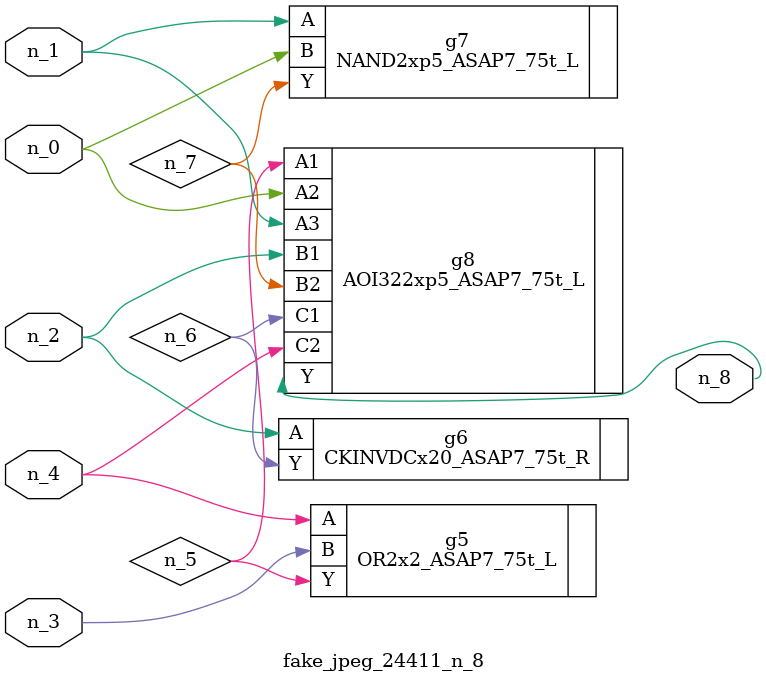
<source format=v>
module fake_jpeg_24411_n_8 (n_3, n_2, n_1, n_0, n_4, n_8);

input n_3;
input n_2;
input n_1;
input n_0;
input n_4;

output n_8;

wire n_6;
wire n_5;
wire n_7;

OR2x2_ASAP7_75t_L g5 ( 
.A(n_4),
.B(n_3),
.Y(n_5)
);

CKINVDCx20_ASAP7_75t_R g6 ( 
.A(n_2),
.Y(n_6)
);

NAND2xp5_ASAP7_75t_L g7 ( 
.A(n_1),
.B(n_0),
.Y(n_7)
);

AOI322xp5_ASAP7_75t_L g8 ( 
.A1(n_5),
.A2(n_0),
.A3(n_1),
.B1(n_2),
.B2(n_7),
.C1(n_6),
.C2(n_4),
.Y(n_8)
);


endmodule
</source>
